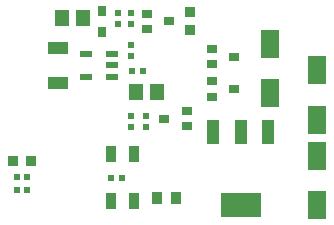
<source format=gtp>
G04 #@! TF.FileFunction,Paste,Top*
%FSLAX46Y46*%
G04 Gerber Fmt 4.6, Leading zero omitted, Abs format (unit mm)*
G04 Created by KiCad (PCBNEW (2016-02-18 BZR 6566, Git c2fd462)-product) date Wed 24 Feb 2016 09:41:19 PM EST*
%MOMM*%
G01*
G04 APERTURE LIST*
%ADD10C,0.100000*%
%ADD11R,0.850000X0.650000*%
%ADD12R,1.550000X2.400000*%
%ADD13R,1.800000X1.050000*%
%ADD14R,1.100000X2.100000*%
%ADD15R,3.500000X2.100000*%
%ADD16R,1.100000X0.600000*%
%ADD17R,0.800100X0.899160*%
%ADD18R,0.950000X1.450000*%
%ADD19R,0.950000X1.000000*%
%ADD20R,1.150000X1.450000*%
%ADD21R,0.900000X0.950000*%
%ADD22R,0.950000X0.900000*%
%ADD23R,0.600000X0.600000*%
G04 APERTURE END LIST*
D10*
D11*
X18050000Y-7350000D03*
X18050000Y-8650000D03*
X19950000Y-8000000D03*
D12*
X27000000Y-13650000D03*
X27000000Y-17850000D03*
D13*
X5000000Y-7500000D03*
X5000000Y-4500000D03*
D14*
X22800000Y-11650000D03*
X20500000Y-11650000D03*
X18200000Y-11650000D03*
D15*
X20500000Y-17850000D03*
D16*
X9600000Y-6950000D03*
X9600000Y-5050000D03*
X9600000Y-6000000D03*
X7400000Y-5050000D03*
X7400000Y-6950000D03*
D17*
X8750000Y-1350840D03*
X8750000Y-3149160D03*
D18*
X9500000Y-13500000D03*
X11500000Y-13500000D03*
X9500000Y-17500000D03*
X11500000Y-17500000D03*
D19*
X13450000Y-17250000D03*
X15050000Y-17250000D03*
D12*
X27000000Y-10600000D03*
X27000000Y-6400000D03*
X23000000Y-8350000D03*
X23000000Y-4150000D03*
D20*
X11600000Y-8250000D03*
X13400000Y-8250000D03*
X5350000Y-2000000D03*
X7150000Y-2000000D03*
D21*
X1250000Y-14100000D03*
X2750000Y-14100000D03*
D22*
X16250000Y-3000000D03*
X16250000Y-1500000D03*
D11*
X15950000Y-11150000D03*
X15950000Y-9850000D03*
X14050000Y-10500000D03*
X12550000Y-1600000D03*
X12550000Y-2900000D03*
X14450000Y-2250000D03*
D23*
X11200000Y-1550000D03*
X11200000Y-2450000D03*
X11250000Y-4300000D03*
X11250000Y-5200000D03*
X12500000Y-10300000D03*
X12500000Y-11200000D03*
X11300000Y-6500000D03*
X12200000Y-6500000D03*
X11250000Y-10300000D03*
X11250000Y-11200000D03*
D11*
X18050000Y-4600000D03*
X18050000Y-5900000D03*
X19950000Y-5250000D03*
D23*
X2450000Y-15400000D03*
X1550000Y-15400000D03*
X10100000Y-1550000D03*
X10100000Y-2450000D03*
X9550000Y-15500000D03*
X10450000Y-15500000D03*
X2450000Y-16500000D03*
X1550000Y-16500000D03*
M02*

</source>
